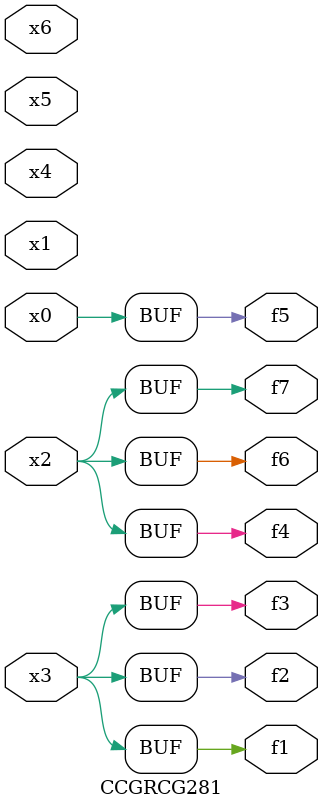
<source format=v>
module CCGRCG281(
	input x0, x1, x2, x3, x4, x5, x6,
	output f1, f2, f3, f4, f5, f6, f7
);
	assign f1 = x3;
	assign f2 = x3;
	assign f3 = x3;
	assign f4 = x2;
	assign f5 = x0;
	assign f6 = x2;
	assign f7 = x2;
endmodule

</source>
